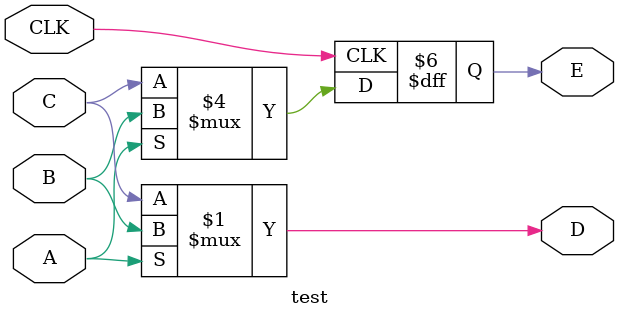
<source format=v>
`timescale 1ns / 1ps


module test(
input A,
input B,
input C,
input CLK,
output D,
output reg E
    );
assign D = A? B : C;    

always @ (posedge CLK)
begin
if(A)
E<=B;
else
E=C;
end 

endmodule

</source>
